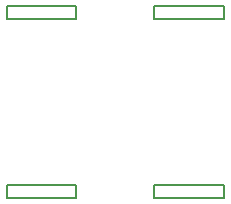
<source format=gbr>
%TF.GenerationSoftware,Altium Limited,Altium Designer,21.8.1 (53)*%
G04 Layer_Color=16711935*
%FSLAX26Y26*%
%MOIN*%
%TF.SameCoordinates,2531CBD8-4BF0-4D0B-A877-44D4BE5F07E3*%
%TF.FilePolarity,Positive*%
%TF.FileFunction,Other,Top_3D_Body*%
%TF.Part,Single*%
G01*
G75*
%TA.AperFunction,NonConductor*%
%ADD25C,0.007874*%
D25*
X129961Y-317567D02*
X362244D01*
X129961D02*
Y-274260D01*
X362244D01*
Y-317567D02*
Y-274260D01*
X-362244Y278543D02*
Y321850D01*
Y278543D02*
X-129961D01*
Y321850D01*
X-362244D02*
X-129961D01*
X129961Y278543D02*
Y321850D01*
Y278543D02*
X362244D01*
Y321850D01*
X129961D02*
X362244D01*
X-362244Y-317185D02*
Y-273878D01*
Y-317185D02*
X-129961D01*
Y-273878D01*
X-362244D02*
X-129961D01*
%TF.MD5,3a0a5092d015ffa26c2dc980d860d68f*%
M02*

</source>
